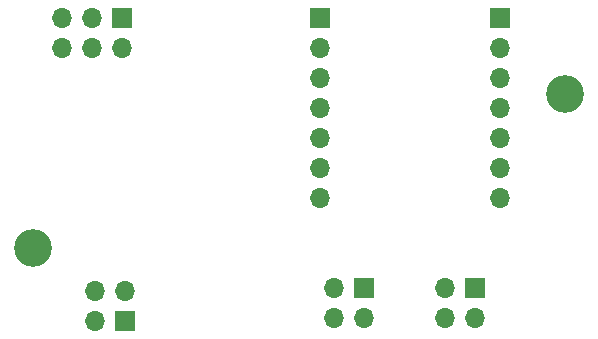
<source format=gbr>
%TF.GenerationSoftware,KiCad,Pcbnew,9.0.0*%
%TF.CreationDate,2025-05-03T14:05:23-04:00*%
%TF.ProjectId,Drone_ESC_Bridge,44726f6e-655f-4455-9343-5f4272696467,v1.1*%
%TF.SameCoordinates,Original*%
%TF.FileFunction,Soldermask,Bot*%
%TF.FilePolarity,Negative*%
%FSLAX46Y46*%
G04 Gerber Fmt 4.6, Leading zero omitted, Abs format (unit mm)*
G04 Created by KiCad (PCBNEW 9.0.0) date 2025-05-03 14:05:23*
%MOMM*%
%LPD*%
G01*
G04 APERTURE LIST*
%ADD10C,3.200000*%
%ADD11R,1.700000X1.700000*%
%ADD12O,1.700000X1.700000*%
G04 APERTURE END LIST*
D10*
%TO.C,H2*%
X115730000Y-126218000D03*
%TD*%
D11*
%TO.C,SPI1*%
X153175000Y-129625000D03*
D12*
X153175000Y-132165000D03*
X150635000Y-129625000D03*
X150635000Y-132165000D03*
%TD*%
D11*
%TO.C,JETSON_PWR1*%
X143775000Y-129625000D03*
D12*
X143775000Y-132165000D03*
X141235000Y-129625000D03*
X141235000Y-132165000D03*
%TD*%
D11*
%TO.C,VBUCK1*%
X123495000Y-132419000D03*
D12*
X120955000Y-132419000D03*
X123495000Y-129879000D03*
X120955000Y-129879000D03*
%TD*%
D10*
%TO.C,H1*%
X160730000Y-113218000D03*
%TD*%
D11*
%TO.C,ESC_DEBUG1*%
X123221000Y-106755000D03*
D12*
X123221000Y-109295000D03*
X120681000Y-106755000D03*
X120681000Y-109295000D03*
X118141000Y-106755000D03*
X118141000Y-109295000D03*
%TD*%
D11*
%TO.C,XIAO_L1*%
X140000000Y-106760000D03*
D12*
X140000000Y-109300000D03*
X140000000Y-111840000D03*
X140000000Y-114380000D03*
X140000000Y-116920000D03*
X140000000Y-119460000D03*
X140000000Y-122000000D03*
%TD*%
D11*
%TO.C,XIAO_R1*%
X155240000Y-106760000D03*
D12*
X155240000Y-109300000D03*
X155240000Y-111840000D03*
X155240000Y-114380000D03*
X155240000Y-116920000D03*
X155240000Y-119460000D03*
X155240000Y-122000000D03*
%TD*%
M02*

</source>
